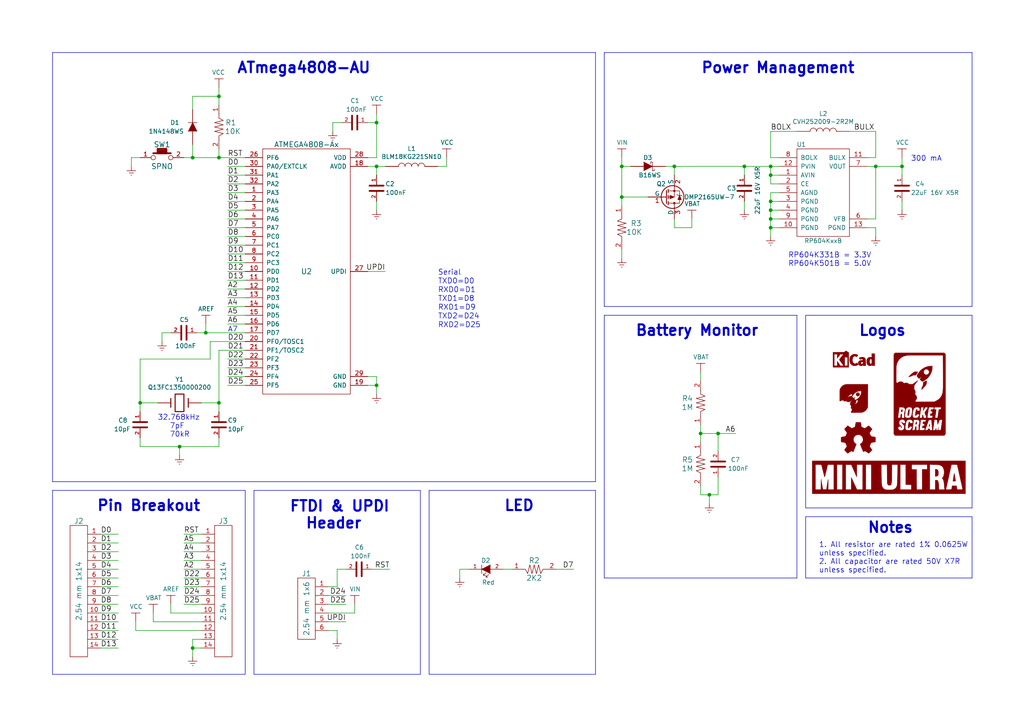
<source format=kicad_sch>
(kicad_sch (version 20230121) (generator eeschema)
  (paper "A4")
  (title_block (title "Mini Ultra") (date "2020-06-13") (rev "1V00") (company "Rocket Scream Electronics"))
  (lib_symbols
    (symbol "MINI-ULTRA-rescue:AREF-RocketScreamKiCadLib" (power) (pin_names (offset 0))
      (property "Value" "AREF-RocketScreamKiCadLib" (at 0 3.556 0))
      (symbol "AREF-RocketScreamKiCadLib_1_1"
        (pin power_in line (at 0 0 90) (length 0) hide (name "AREF") (number "1"))
      )
    )
    (symbol "MINI-ULTRA-rescue:ATMEGAx808-Ax-RocketScreamKiCadLib" (pin_names (offset 1.016))
      (property "Reference" "U" (at -11.43 36.83 0))
      (property "Value" "RocketScreamKiCadLib_ATMEGAx808-Ax" (at 0 36.83 0))
      (symbol "ATMEGAx808-Ax-RocketScreamKiCadLib_1_1"
        (pin bidirectional line (at -17.78 22.86 0) (length 5.08) (name "PA3") (number "1"))
        (pin bidirectional line (at -17.78 0 0) (length 5.08) (name "PD0") (number "10"))
        (pin bidirectional line (at -17.78 -2.54 0) (length 5.08) (name "PD1") (number "11"))
        (pin bidirectional line (at -17.78 -5.08 0) (length 5.08) (name "PD2") (number "12"))
        (pin bidirectional line (at -17.78 -7.62 0) (length 5.08) (name "PD3") (number "13"))
        (pin bidirectional line (at -17.78 -10.16 0) (length 5.08) (name "PD4") (number "14"))
        (pin bidirectional line (at -17.78 -12.7 0) (length 5.08) (name "PD5") (number "15"))
        (pin bidirectional line (at -17.78 -15.24 0) (length 5.08) (name "PD6") (number "16"))
        (pin bidirectional line (at -17.78 -17.78 0) (length 5.08) (name "PD7") (number "17"))
        (pin power_in line (at 17.78 30.48 180) (length 5.08) (name "AVDD") (number "18"))
        (pin power_in line (at 17.78 -33.02 180) (length 5.08) (name "GND") (number "19"))
        (pin bidirectional line (at -17.78 20.32 0) (length 5.08) (name "PA4") (number "2"))
        (pin bidirectional line (at -17.78 -20.32 0) (length 5.08) (name "PF0/TOSC1") (number "20"))
        (pin bidirectional line (at -17.78 -22.86 0) (length 5.08) (name "PF1/TOSC2") (number "21"))
        (pin bidirectional line (at -17.78 -25.4 0) (length 5.08) (name "PF2") (number "22"))
        (pin bidirectional line (at -17.78 -27.94 0) (length 5.08) (name "PF3") (number "23"))
        (pin bidirectional line (at -17.78 -30.48 0) (length 5.08) (name "PF4") (number "24"))
        (pin bidirectional line (at -17.78 -33.02 0) (length 5.08) (name "PF5") (number "25"))
        (pin bidirectional line (at -17.78 33.02 0) (length 5.08) (name "PF6") (number "26"))
        (pin bidirectional line (at 17.78 0 180) (length 5.08) (name "UPDI") (number "27"))
        (pin power_in line (at 17.78 33.02 180) (length 5.08) (name "VDD") (number "28"))
        (pin power_in line (at 17.78 -30.48 180) (length 5.08) (name "GND") (number "29"))
        (pin bidirectional line (at -17.78 17.78 0) (length 5.08) (name "PA5") (number "3"))
        (pin bidirectional line (at -17.78 30.48 0) (length 5.08) (name "PA0/EXTCLK") (number "30"))
        (pin bidirectional line (at -17.78 27.94 0) (length 5.08) (name "PA1") (number "31"))
        (pin bidirectional line (at -17.78 25.4 0) (length 5.08) (name "PA2") (number "32"))
        (pin bidirectional line (at -17.78 15.24 0) (length 5.08) (name "PA6") (number "4"))
        (pin bidirectional line (at -17.78 12.7 0) (length 5.08) (name "PA7") (number "5"))
        (pin bidirectional line (at -17.78 10.16 0) (length 5.08) (name "PC0") (number "6"))
        (pin bidirectional line (at -17.78 7.62 0) (length 5.08) (name "PC1") (number "7"))
        (pin bidirectional line (at -17.78 5.08 0) (length 5.08) (name "PC2") (number "8"))
        (pin bidirectional line (at -17.78 2.54 0) (length 5.08) (name "PC3") (number "9"))
      )
    )
    (symbol "MINI-ULTRA-rescue:CAPACITOR-CERAMIC-RocketScreamKiCadLib" (pin_names (offset 0.254))
      (property "Reference" "C" (at 0.635 2.54 0))
      (property "Value" "RocketScreamKiCadLib_CAPACITOR-CERAMIC" (at 0.635 -2.54 0))
      (symbol "CAPACITOR-CERAMIC-RocketScreamKiCadLib_1_1"
        (pin passive line (at 0 3.81 270) (length 2.794) (name "~") (number "1"))
        (pin passive line (at 0 -3.81 90) (length 2.794) (name "~") (number "2"))
      )
    )
    (symbol "MINI-ULTRA-rescue:CONN-HDR-1x14-RocketScreamKiCadLib" (pin_names (offset 1.016))
      (property "Reference" "J" (at 0 20.32 0))
      (property "Value" "RocketScreamKiCadLib_CONN-HDR-1x14" (at 0 -20.32 0))
      (symbol "CONN-HDR-1x14-RocketScreamKiCadLib_0_1"
        (pin input line (at 6.35 13.97 180) (length 3.81) (name "~") (number "2"))
      )
      (symbol "CONN-HDR-1x14-RocketScreamKiCadLib_1_1"
        (pin input line (at 6.35 16.51 180) (length 3.81) (name "~") (number "1"))
        (pin input line (at 6.35 -6.35 180) (length 3.81) (name "~") (number "10"))
        (pin input line (at 6.35 -8.89 180) (length 3.81) (name "~") (number "11"))
        (pin input line (at 6.35 -11.43 180) (length 3.81) (name "~") (number "12"))
        (pin input line (at 6.35 -13.97 180) (length 3.81) (name "~") (number "13"))
        (pin input line (at 6.35 -16.51 180) (length 3.81) (name "~") (number "14"))
        (pin input line (at 6.35 11.43 180) (length 3.81) (name "~") (number "3"))
        (pin input line (at 6.35 8.89 180) (length 3.81) (name "~") (number "4"))
        (pin input line (at 6.35 6.35 180) (length 3.81) (name "~") (number "5"))
        (pin input line (at 6.35 3.81 180) (length 3.81) (name "~") (number "6"))
        (pin input line (at 6.35 1.27 180) (length 3.81) (name "~") (number "7"))
        (pin input line (at 6.35 -1.27 180) (length 3.81) (name "~") (number "8"))
        (pin input line (at 6.35 -3.81 180) (length 3.81) (name "~") (number "9"))
      )
    )
    (symbol "MINI-ULTRA-rescue:CONN-HDR-1x6-RocketScreamKiCadLib" (pin_names (offset 1.016))
      (property "Reference" "J" (at 0 10.16 0))
      (property "Value" "RocketScreamKiCadLib_CONN-HDR-1x6" (at 0 -11.43 0))
      (symbol "CONN-HDR-1x6-RocketScreamKiCadLib_0_1"
        (pin input line (at 6.35 3.81 180) (length 3.81) (name "~") (number "2"))
      )
      (symbol "CONN-HDR-1x6-RocketScreamKiCadLib_1_1"
        (pin input line (at 6.35 6.35 180) (length 3.81) (name "~") (number "1"))
        (pin input line (at 6.35 1.27 180) (length 3.81) (name "~") (number "3"))
        (pin input line (at 6.35 -1.27 180) (length 3.81) (name "~") (number "4"))
        (pin input line (at 6.35 -3.81 180) (length 3.81) (name "~") (number "5"))
        (pin input line (at 6.35 -6.35 180) (length 3.81) (name "~") (number "6"))
      )
    )
    (symbol "MINI-ULTRA-rescue:CRYSTAL-RocketScreamKiCadLib" (pin_numbers hide) (pin_names (offset 1.016) hide)
      (property "Reference" "Y" (at 0 3.81 0))
      (property "Value" "RocketScreamKiCadLib_CRYSTAL" (at 0 -3.81 0))
      (symbol "CRYSTAL-RocketScreamKiCadLib_1_1"
        (pin passive line (at -6.35 0 0) (length 3.81) (name "1") (number "1"))
        (pin passive line (at 6.35 0 180) (length 3.81) (name "2") (number "2"))
      )
    )
    (symbol "MINI-ULTRA-rescue:DIODE-RocketScreamKiCadLib" (pin_numbers hide) (pin_names (offset 1.016) hide)
      (property "Reference" "D" (at 0 2.54 0))
      (property "Value" "RocketScreamKiCadLib_DIODE" (at 0 -2.54 0))
      (symbol "DIODE-RocketScreamKiCadLib_1_1"
        (pin passive line (at -5.08 0 0) (length 3.81) (name "K") (number "1"))
        (pin passive line (at 5.08 0 180) (length 3.81) (name "A") (number "2"))
      )
    )
    (symbol "MINI-ULTRA-rescue:DIODE_Schottky-RocketScreamKiCadLib" (pin_numbers hide) (pin_names (offset 1.016) hide)
      (property "Reference" "D" (at 0 2.54 0))
      (property "Value" "RocketScreamKiCadLib_DIODE_Schottky" (at 0 -2.54 0))
      (symbol "DIODE_Schottky-RocketScreamKiCadLib_1_1"
        (pin passive line (at -5.08 0 0) (length 3.81) (name "K") (number "1"))
        (pin passive line (at 5.08 0 180) (length 3.81) (name "A") (number "2"))
      )
    )
    (symbol "MINI-ULTRA-rescue:GND-RocketScreamKiCadLib" (power) (pin_names (offset 0))
      (symbol "GND-RocketScreamKiCadLib_1_1"
        (pin power_in line (at 0 0 270) (length 0) hide (name "GND") (number "1"))
      )
    )
    (symbol "MINI-ULTRA-rescue:INDUCTOR-RocketScreamKiCadLib" (pin_numbers hide) (pin_names (offset 1.016) hide)
      (property "Reference" "L" (at 0 -1.27 0))
      (property "Value" "RocketScreamKiCadLib_INDUCTOR" (at 0 2.54 0))
      (symbol "INDUCTOR-RocketScreamKiCadLib_1_1"
        (pin passive line (at -7.62 0 0) (length 3.81) (name "1") (number "1"))
        (pin passive line (at 7.62 0 180) (length 3.81) (name "2") (number "2"))
      )
    )
    (symbol "MINI-ULTRA-rescue:LED-SINGLE-RocketScreamKiCadLib" (pin_names (offset 1.016) hide)
      (property "Reference" "D" (at 0 2.54 0))
      (property "Value" "RocketScreamKiCadLib_LED-SINGLE" (at 0 -3.556 0))
      (symbol "LED-SINGLE-RocketScreamKiCadLib_1_1"
        (pin passive line (at -5.08 0 0) (length 3.81) (name "K") (number "1"))
        (pin passive line (at 5.08 0 180) (length 3.81) (name "A") (number "2"))
      )
    )
    (symbol "MINI-ULTRA-rescue:LOGO-KICAD-RocketScreamKiCadLib" (pin_names (offset 1.016)))
    (symbol "MINI-ULTRA-rescue:LOGO-MINI-ULTRA-RocketScreamKiCadLib" (pin_names (offset 1.016)))
    (symbol "MINI-ULTRA-rescue:LOGO-OSHW-RocketScreamKiCadLib" (pin_names (offset 1.016))
      (property "Reference" "LOGO" (at 0 6.35 0))
    )
    (symbol "MINI-ULTRA-rescue:LOGO-ROCKET-SCREAM-VERTICAL-RocketScreamKiCadLib" (pin_names (offset 1.016)))
    (symbol "MINI-ULTRA-rescue:LOGO-ROCKET-SCREAM-WITHOUT-TEXT-RocketScreamKiCadLib" (pin_names (offset 1.016)))
    (symbol "MINI-ULTRA-rescue:MOSFET-P-RocketScreamKiCadLib" (pin_names (offset 0))
      (property "Reference" "Q" (at 6.35 1.27 0))
      (property "Value" "RocketScreamKiCadLib_MOSFET-P" (at 13.97 -1.27 0))
      (symbol "MOSFET-P-RocketScreamKiCadLib_1_1"
        (pin input line (at -7.62 0 0) (length 5.334) (name "G") (number "1"))
        (pin passive line (at 0 -6.35 90) (length 3.81) (name "S") (number "2"))
        (pin passive line (at 0 6.35 270) (length 3.81) (name "D") (number "3"))
      )
    )
    (symbol "MINI-ULTRA-rescue:RESISTOR-RocketScreamKiCadLib" (pin_names (offset 1.016))
      (property "Reference" "R" (at 0 2.54 0))
      (property "Value" "RocketScreamKiCadLib_RESISTOR" (at 0 -2.54 0))
      (symbol "RESISTOR-RocketScreamKiCadLib_1_1"
        (pin passive line (at -6.35 0 0) (length 2.54) (name "~") (number "1"))
        (pin passive line (at 6.35 0 180) (length 2.54) (name "~") (number "2"))
      )
    )
    (symbol "MINI-ULTRA-rescue:RP604Kxxx-RocketScreamKiCadLib" (pin_names (offset 1.016))
      (property "Reference" "U" (at -6.35 13.97 0))
      (property "Value" "RocketScreamKiCadLib_RP604Kxxx" (at 0 -13.97 0))
      (symbol "RP604Kxxx-RocketScreamKiCadLib_1_1"
        (pin power_in line (at -12.7 5.08 0) (length 5.08) (name "AVIN") (number "1"))
        (pin power_in line (at -12.7 -10.16 0) (length 5.08) (name "PGND") (number "10"))
        (pin output line (at 12.7 10.16 180) (length 5.08) (name "BULX") (number "11"))
        (pin power_in line (at -12.7 7.62 0) (length 5.08) (name "PVIN") (number "12"))
        (pin power_in line (at 12.7 -10.16 180) (length 5.08) (name "PGND") (number "13"))
        (pin input line (at -12.7 2.54 0) (length 5.08) (name "CE") (number "2"))
        (pin power_in line (at -12.7 -2.54 0) (length 5.08) (name "PGND") (number "3"))
        (pin power_in line (at -12.7 -5.08 0) (length 5.08) (name "PGND") (number "4"))
        (pin power_in line (at -12.7 0 0) (length 5.08) (name "AGND") (number "5"))
        (pin input line (at 12.7 -7.62 180) (length 5.08) (name "VFB") (number "6"))
        (pin power_out line (at 12.7 7.62 180) (length 5.08) (name "VOUT") (number "7"))
        (pin output line (at -12.7 10.16 0) (length 5.08) (name "BOLX") (number "8"))
        (pin power_in line (at -12.7 -7.62 0) (length 5.08) (name "PGND") (number "9"))
      )
    )
    (symbol "MINI-ULTRA-rescue:TACT-SWITCH_2Pins-RocketScreamKiCadLib" (pin_names (offset 1.016))
      (property "Reference" "SW" (at 0 3.81 0))
      (property "Value" "RocketScreamKiCadLib_TACT-SWITCH_2Pins" (at 1.27 -2.54 0))
      (symbol "TACT-SWITCH_2Pins-RocketScreamKiCadLib_1_1"
        (pin passive line (at -6.35 0 0) (length 3.175) (name "~") (number "1"))
        (pin passive line (at 6.35 0 180) (length 3.175) (name "~") (number "2"))
      )
    )
    (symbol "MINI-ULTRA-rescue:VBAT-RocketScreamKiCadLib" (power) (pin_names (offset 0))
      (property "Value" "VBAT-RocketScreamKiCadLib" (at 0 3.556 0))
      (symbol "VBAT-RocketScreamKiCadLib_1_1"
        (pin power_in line (at 0 0 90) (length 0) hide (name "VBAT") (number "1"))
      )
    )
    (symbol "MINI-ULTRA-rescue:VCC-RocketScreamKiCadLib" (power) (pin_names (offset 0))
      (property "Value" "VCC-RocketScreamKiCadLib" (at 0 3.556 0))
      (symbol "VCC-RocketScreamKiCadLib_1_1"
        (pin power_in line (at 0 0 90) (length 0) hide (name "VCC") (number "1"))
      )
    )
    (symbol "MINI-ULTRA-rescue:VIN-RocketScreamKiCadLib" (power) (pin_names (offset 0))
      (property "Value" "VIN-RocketScreamKiCadLib" (at 0 3.556 0))
      (symbol "VIN-RocketScreamKiCadLib_1_1"
        (pin power_in line (at 0 0 90) (length 0) hide (name "VIN") (number "1"))
      )
    )
  )
  (junction (at 223.52 66.04))
  (junction (at 180.34 57.15))
  (junction (at 109.22 48.26))
  (junction (at 215.9 48.26))
  (junction (at 223.52 63.5))
  (junction (at 205.74 143.51))
  (junction (at 63.5 45.72))
  (junction (at 52.07 129.54))
  (junction (at 208.28 125.73))
  (junction (at 109.22 35.56))
  (junction (at 109.22 111.76))
  (junction (at 55.88 45.72))
  (junction (at 55.88 187.96))
  (junction (at 223.52 48.26))
  (junction (at 223.52 50.8))
  (junction (at 40.64 116.84))
  (junction (at 254 48.26))
  (junction (at 223.52 60.96))
  (junction (at 195.58 48.26))
  (junction (at 261.62 48.26))
  (junction (at 63.5 116.84))
  (junction (at 63.5 27.94))
  (junction (at 59.69 96.52))
  (junction (at 203.2 125.73))
  (junction (at 223.52 58.42))
  (junction (at 180.34 48.26))
  (wire (pts (xy 246.38 38.1) (xy 254 38.1)))
  (wire (pts (xy 55.88 45.72) (xy 63.5 45.72)))
  (wire (pts (xy 146.05 165.1) (xy 148.59 165.1)))
  (wire (pts (xy 226.06 45.72) (xy 223.52 45.72)))
  (wire (pts (xy 161.29 165.1) (xy 166.37 165.1)))
  (polyline (pts (xy 231.14 167.64) (xy 175.26 167.64)))
  (wire (pts (xy 55.88 27.94) (xy 55.88 31.75)))
  (polyline (pts (xy 73.66 195.58) (xy 73.66 142.24)))
  (wire (pts (xy 52.07 129.54) (xy 63.5 129.54)))
  (polyline (pts (xy 15.24 142.24) (xy 71.12 142.24)))
  (wire (pts (xy 34.29 175.26) (xy 29.21 175.26)))
  (wire (pts (xy 223.52 38.1) (xy 223.52 45.72)))
  (wire (pts (xy 34.29 182.88) (xy 29.21 182.88)))
  (wire (pts (xy 180.34 72.39) (xy 180.34 74.93)))
  (wire (pts (xy 254 48.26) (xy 261.62 48.26)))
  (wire (pts (xy 96.52 35.56) (xy 99.06 35.56)))
  (polyline (pts (xy 175.26 91.44) (xy 231.14 91.44)))
  (wire (pts (xy 109.22 109.22) (xy 109.22 111.76)))
  (wire (pts (xy 109.22 48.26) (xy 111.76 48.26)))
  (wire (pts (xy 223.52 66.04) (xy 223.52 68.58)))
  (wire (pts (xy 58.42 116.84) (xy 63.5 116.84)))
  (wire (pts (xy 106.68 48.26) (xy 109.22 48.26)))
  (polyline (pts (xy 124.46 195.58) (xy 124.46 142.24)))
  (polyline (pts (xy 281.94 91.44) (xy 281.94 147.32)))
  (wire (pts (xy 34.29 160.02) (xy 29.21 160.02)))
  (wire (pts (xy 95.25 172.72) (xy 100.33 172.72)))
  (wire (pts (xy 58.42 185.42) (xy 55.88 185.42)))
  (wire (pts (xy 135.89 165.1) (xy 133.35 165.1)))
  (wire (pts (xy 40.64 127) (xy 40.64 129.54)))
  (wire (pts (xy 46.99 96.52) (xy 46.99 99.06)))
  (wire (pts (xy 71.12 76.2) (xy 66.04 76.2)))
  (wire (pts (xy 203.2 125.73) (xy 208.28 125.73)))
  (wire (pts (xy 57.15 96.52) (xy 59.69 96.52)))
  (polyline (pts (xy 73.66 142.24) (xy 121.92 142.24)))
  (wire (pts (xy 60.96 99.06) (xy 71.12 99.06)))
  (polyline (pts (xy 15.24 15.24) (xy 15.24 139.7)))
  (wire (pts (xy 55.88 187.96) (xy 55.88 190.5)))
  (wire (pts (xy 223.52 55.88) (xy 223.52 58.42)))
  (wire (pts (xy 200.66 66.04) (xy 195.58 66.04)))
  (wire (pts (xy 195.58 48.26) (xy 215.9 48.26)))
  (wire (pts (xy 205.74 143.51) (xy 208.28 143.51)))
  (wire (pts (xy 71.12 73.66) (xy 66.04 73.66)))
  (wire (pts (xy 38.1 45.72) (xy 38.1 48.26)))
  (wire (pts (xy 71.12 109.22) (xy 66.04 109.22)))
  (wire (pts (xy 208.28 143.51) (xy 208.28 138.43)))
  (polyline (pts (xy 281.94 149.86) (xy 281.94 167.64)))
  (polyline (pts (xy 71.12 142.24) (xy 71.12 195.58)))
  (wire (pts (xy 102.87 177.8) (xy 102.87 175.26)))
  (wire (pts (xy 223.52 50.8) (xy 223.52 48.26)))
  (polyline (pts (xy 71.12 195.58) (xy 15.24 195.58)))
  (wire (pts (xy 71.12 58.42) (xy 66.04 58.42)))
  (wire (pts (xy 261.62 48.26) (xy 261.62 50.8)))
  (wire (pts (xy 63.5 101.6) (xy 63.5 116.84)))
  (wire (pts (xy 40.64 104.14) (xy 40.64 116.84)))
  (polyline (pts (xy 233.68 147.32) (xy 233.68 91.44)))
  (wire (pts (xy 49.53 177.8) (xy 49.53 175.26)))
  (wire (pts (xy 231.14 38.1) (xy 223.52 38.1)))
  (wire (pts (xy 223.52 60.96) (xy 226.06 60.96)))
  (wire (pts (xy 254 38.1) (xy 254 45.72)))
  (wire (pts (xy 71.12 111.76) (xy 66.04 111.76)))
  (wire (pts (xy 71.12 48.26) (xy 66.04 48.26)))
  (wire (pts (xy 193.04 48.26) (xy 195.58 48.26)))
  (polyline (pts (xy 281.94 88.9) (xy 175.26 88.9)))
  (wire (pts (xy 95.25 180.34) (xy 100.33 180.34)))
  (polyline (pts (xy 15.24 139.7) (xy 172.72 139.7)))
  (wire (pts (xy 71.12 55.88) (xy 66.04 55.88)))
  (wire (pts (xy 254 66.04) (xy 254 68.58)))
  (wire (pts (xy 203.2 125.73) (xy 203.2 128.27)))
  (wire (pts (xy 58.42 177.8) (xy 49.53 177.8)))
  (polyline (pts (xy 121.92 195.58) (xy 73.66 195.58)))
  (wire (pts (xy 251.46 45.72) (xy 254 45.72)))
  (polyline (pts (xy 281.94 147.32) (xy 233.68 147.32)))
  (wire (pts (xy 40.64 45.72) (xy 38.1 45.72)))
  (wire (pts (xy 34.29 187.96) (xy 29.21 187.96)))
  (wire (pts (xy 63.5 45.72) (xy 71.12 45.72)))
  (polyline (pts (xy 233.68 149.86) (xy 281.94 149.86)))
  (wire (pts (xy 97.79 165.1) (xy 97.79 170.18)))
  (wire (pts (xy 226.06 53.34) (xy 223.52 53.34)))
  (wire (pts (xy 39.37 180.34) (xy 39.37 182.88)))
  (wire (pts (xy 106.68 35.56) (xy 109.22 35.56)))
  (wire (pts (xy 58.42 157.48) (xy 53.34 157.48)))
  (wire (pts (xy 58.42 162.56) (xy 53.34 162.56)))
  (wire (pts (xy 66.04 81.28) (xy 71.12 81.28)))
  (wire (pts (xy 96.52 38.1) (xy 96.52 35.56)))
  (wire (pts (xy 203.2 140.97) (xy 203.2 143.51)))
  (wire (pts (xy 53.34 45.72) (xy 55.88 45.72)))
  (wire (pts (xy 109.22 48.26) (xy 109.22 50.8)))
  (polyline (pts (xy 175.26 167.64) (xy 175.26 91.44)))
  (wire (pts (xy 129.54 48.26) (xy 127 48.26)))
  (wire (pts (xy 60.96 99.06) (xy 60.96 104.14)))
  (wire (pts (xy 251.46 63.5) (xy 254 63.5)))
  (wire (pts (xy 208.28 125.73) (xy 213.36 125.73)))
  (polyline (pts (xy 175.26 88.9) (xy 175.26 15.24)))
  (wire (pts (xy 66.04 86.36) (xy 71.12 86.36)))
  (wire (pts (xy 261.62 58.42) (xy 261.62 60.96)))
  (wire (pts (xy 71.12 53.34) (xy 66.04 53.34)))
  (wire (pts (xy 195.58 48.26) (xy 195.58 50.8)))
  (wire (pts (xy 226.06 58.42) (xy 223.52 58.42)))
  (wire (pts (xy 203.2 143.51) (xy 205.74 143.51)))
  (wire (pts (xy 226.06 66.04) (xy 223.52 66.04)))
  (wire (pts (xy 95.25 175.26) (xy 100.33 175.26)))
  (wire (pts (xy 251.46 66.04) (xy 254 66.04)))
  (wire (pts (xy 71.12 68.58) (xy 66.04 68.58)))
  (wire (pts (xy 97.79 182.88) (xy 97.79 185.42)))
  (wire (pts (xy 71.12 91.44) (xy 66.04 91.44)))
  (wire (pts (xy 223.52 63.5) (xy 223.52 60.96)))
  (wire (pts (xy 45.72 116.84) (xy 40.64 116.84)))
  (wire (pts (xy 29.21 154.94) (xy 34.29 154.94)))
  (wire (pts (xy 71.12 66.04) (xy 66.04 66.04)))
  (wire (pts (xy 63.5 27.94) (xy 55.88 27.94)))
  (wire (pts (xy 223.52 53.34) (xy 223.52 50.8)))
  (wire (pts (xy 34.29 177.8) (xy 29.21 177.8)))
  (polyline (pts (xy 231.14 91.44) (xy 231.14 167.64)))
  (wire (pts (xy 58.42 175.26) (xy 53.34 175.26)))
  (wire (pts (xy 40.64 129.54) (xy 52.07 129.54)))
  (wire (pts (xy 129.54 45.72) (xy 129.54 48.26)))
  (wire (pts (xy 215.9 58.42) (xy 215.9 60.96)))
  (wire (pts (xy 109.22 45.72) (xy 106.68 45.72)))
  (wire (pts (xy 34.29 185.42) (xy 29.21 185.42)))
  (wire (pts (xy 71.12 50.8) (xy 66.04 50.8)))
  (wire (pts (xy 58.42 170.18) (xy 53.34 170.18)))
  (wire (pts (xy 40.64 116.84) (xy 40.64 119.38)))
  (wire (pts (xy 34.29 165.1) (xy 29.21 165.1)))
  (wire (pts (xy 71.12 104.14) (xy 66.04 104.14)))
  (wire (pts (xy 58.42 187.96) (xy 55.88 187.96)))
  (wire (pts (xy 58.42 180.34) (xy 44.45 180.34)))
  (polyline (pts (xy 124.46 142.24) (xy 172.72 142.24)))
  (wire (pts (xy 58.42 172.72) (xy 53.34 172.72)))
  (polyline (pts (xy 172.72 15.24) (xy 15.24 15.24)))
  (polyline (pts (xy 281.94 167.64) (xy 233.68 167.64)))
  (polyline (pts (xy 15.24 195.58) (xy 15.24 142.24)))
  (wire (pts (xy 63.5 43.18) (xy 63.5 45.72)))
  (wire (pts (xy 97.79 170.18) (xy 95.25 170.18)))
  (wire (pts (xy 59.69 96.52) (xy 71.12 96.52)))
  (wire (pts (xy 195.58 63.5) (xy 195.58 66.04)))
  (wire (pts (xy 180.34 57.15) (xy 180.34 59.69)))
  (wire (pts (xy 203.2 123.19) (xy 203.2 125.73)))
  (wire (pts (xy 58.42 165.1) (xy 53.34 165.1)))
  (polyline (pts (xy 121.92 142.24) (xy 121.92 195.58)))
  (wire (pts (xy 109.22 45.72) (xy 109.22 35.56)))
  (wire (pts (xy 71.12 71.12) (xy 66.04 71.12)))
  (wire (pts (xy 251.46 48.26) (xy 254 48.26)))
  (wire (pts (xy 100.33 165.1) (xy 97.79 165.1)))
  (wire (pts (xy 107.95 165.1) (xy 113.03 165.1)))
  (wire (pts (xy 34.29 180.34) (xy 29.21 180.34)))
  (polyline (pts (xy 281.94 15.24) (xy 281.94 88.9)))
  (wire (pts (xy 106.68 78.74) (xy 111.76 78.74)))
  (wire (pts (xy 49.53 96.52) (xy 46.99 96.52)))
  (wire (pts (xy 39.37 182.88) (xy 58.42 182.88)))
  (wire (pts (xy 63.5 129.54) (xy 63.5 127)))
  (wire (pts (xy 58.42 160.02) (xy 53.34 160.02)))
  (wire (pts (xy 63.5 27.94) (xy 63.5 30.48)))
  (wire (pts (xy 58.42 167.64) (xy 53.34 167.64)))
  (polyline (pts (xy 175.26 15.24) (xy 281.94 15.24)))
  (wire (pts (xy 34.29 157.48) (xy 29.21 157.48)))
  (wire (pts (xy 55.88 45.72) (xy 55.88 41.91)))
  (wire (pts (xy 109.22 58.42) (xy 109.22 60.96)))
  (wire (pts (xy 95.25 182.88) (xy 97.79 182.88)))
  (wire (pts (xy 226.06 55.88) (xy 223.52 55.88)))
  (wire (pts (xy 106.68 111.76) (xy 109.22 111.76)))
  (wire (pts (xy 254 48.26) (xy 254 63.5)))
  (wire (pts (xy 71.12 78.74) (xy 66.04 78.74)))
  (wire (pts (xy 71.12 63.5) (xy 66.04 63.5)))
  (wire (pts (xy 223.52 63.5) (xy 223.52 66.04)))
  (wire (pts (xy 223.52 48.26) (xy 226.06 48.26)))
  (wire (pts (xy 106.68 109.22) (xy 109.22 109.22)))
  (polyline (pts (xy 233.68 91.44) (xy 281.94 91.44)))
  (polyline (pts (xy 172.72 142.24) (xy 172.72 195.58)))
  (wire (pts (xy 52.07 129.54) (xy 52.07 132.08)))
  (wire (pts (xy 95.25 177.8) (xy 102.87 177.8)))
  (wire (pts (xy 63.5 101.6) (xy 71.12 101.6)))
  (wire (pts (xy 187.96 57.15) (xy 180.34 57.15)))
  (wire (pts (xy 133.35 165.1) (xy 133.35 167.64)))
  (wire (pts (xy 215.9 48.26) (xy 215.9 50.8)))
  (wire (pts (xy 215.9 48.26) (xy 223.52 48.26)))
  (wire (pts (xy 182.88 48.26) (xy 180.34 48.26)))
  (wire (pts (xy 34.29 172.72) (xy 29.21 172.72)))
  (wire (pts (xy 63.5 25.4) (xy 63.5 27.94)))
  (wire (pts (xy 66.04 93.98) (xy 71.12 93.98)))
  (wire (pts (xy 59.69 93.98) (xy 59.69 96.52)))
  (wire (pts (xy 203.2 107.95) (xy 203.2 110.49)))
  (wire (pts (xy 34.29 170.18) (xy 29.21 170.18)))
  (wire (pts (xy 71.12 88.9) (xy 66.04 88.9)))
  (wire (pts (xy 44.45 180.34) (xy 44.45 177.8)))
  (wire (pts (xy 200.66 63.5) (xy 200.66 66.04)))
  (wire (pts (xy 60.96 104.14) (xy 40.64 104.14)))
  (wire (pts (xy 58.42 154.94) (xy 53.34 154.94)))
  (wire (pts (xy 223.52 58.42) (xy 223.52 60.96)))
  (wire (pts (xy 226.06 50.8) (xy 223.52 50.8)))
  (wire (pts (xy 66.04 83.82) (xy 71.12 83.82)))
  (wire (pts (xy 205.74 143.51) (xy 205.74 146.05)))
  (wire (pts (xy 208.28 125.73) (xy 208.28 130.81)))
  (wire (pts (xy 55.88 185.42) (xy 55.88 187.96)))
  (wire (pts (xy 34.29 167.64) (xy 29.21 167.64)))
  (polyline (pts (xy 233.68 167.64) (xy 233.68 149.86)))
  (wire (pts (xy 261.62 45.72) (xy 261.62 48.26)))
  (wire (pts (xy 71.12 106.68) (xy 66.04 106.68)))
  (wire (pts (xy 71.12 60.96) (xy 66.04 60.96)))
  (wire (pts (xy 29.21 162.56) (xy 34.29 162.56)))
  (polyline (pts (xy 172.72 195.58) (xy 124.46 195.58)))
  (polyline (pts (xy 172.72 139.7) (xy 172.72 15.24)))
  (wire (pts (xy 180.34 45.72) (xy 180.34 48.26)))
  (wire (pts (xy 226.06 63.5) (xy 223.52 63.5)))
  (wire (pts (xy 109.22 111.76) (xy 109.22 114.3)))
  (wire (pts (xy 63.5 116.84) (xy 63.5 119.38)))
  (wire (pts (xy 180.34 48.26) (xy 180.34 57.15)))
  (wire (pts (xy 109.22 33.02) (xy 109.22 35.56)))
  (text "RP604K331B = 3.3V\nRP604K501B = 5.0V" (at 228.6 77.47 0) (effects (font (size 1.524 1.524)) (justify left bottom)))
  (text "RXD0=D1" (at 127 85.09 0) (effects (font (size 1.524 1.524)) (justify left bottom)))
  (text "300 mA" (at 264.16 46.99 0) (effects (font (size 1.524 1.524)) (justify left bottom)))
  (text "TXD0=D0" (at 127 82.55 0) (effects (font (size 1.524 1.524)) (justify left bottom)))
  (text "TXD1=D8" (at 127 87.63 0) (effects (font (size 1.524 1.524)) (justify left bottom)))
  (text "FTDI & UPDI\n  Header" (at 83.82 153.67 0) (effects (font (size 3.048 3.048) (thickness 0.6096) bold) (justify left bottom)))
  (text "Serial" (at 127 80.01 0) (effects (font (size 1.524 1.524)) (justify left bottom)))
  (text "A7" (at 66.04 96.52 0) (effects (font (size 1.524 1.524)) (justify left bottom)))
  (text "1. All resistor are rated 1% 0.0625W \nunless specified.\n2. All capacitor are rated 50V X7R \nunless specified." (at 237.49 166.37 0) (effects (font (size 1.524 1.524)) (justify left bottom)))
  (text "TXD2=D24" (at 127 92.71 0) (effects (font (size 1.524 1.524)) (justify left bottom)))
  (text "ATmega4808-AU" (at 68.58 21.59 0) (effects (font (size 3.048 3.048) (thickness 0.6096) bold) (justify left bottom)))
  (text "RXD1=D9" (at 127 90.17 0) (effects (font (size 1.524 1.524)) (justify left bottom)))
  (text "Logos" (at 248.92 97.79 0) (effects (font (size 3.048 3.048) (thickness 0.6096) bold) (justify left bottom)))
  (text "Notes" (at 251.46 154.94 0) (effects (font (size 3.048 3.048) (thickness 0.6096) bold) (justify left bottom)))
  (text "Pin Breakout" (at 27.94 148.59 0) (effects (font (size 3.048 3.048) (thickness 0.6096) bold) (justify left bottom)))
  (text "Battery Monitor" (at 184.15 97.79 0) (effects (font (size 3.048 3.048) (thickness 0.6096) bold) (justify left bottom)))
  (text "RXD2=D25" (at 127 95.25 0) (effects (font (size 1.524 1.524)) (justify left bottom)))
  (text "Power Management" (at 203.2 21.59 0) (effects (font (size 3.048 3.048) (thickness 0.6096) bold) (justify left bottom)))
  (text "32.768kHz\n   7pF\n   70kR" (at 45.72 127 0) (effects (font (size 1.524 1.524)) (justify left bottom)))
  (text "LED" (at 146.05 148.59 0) (effects (font (size 3.048 3.048) (thickness 0.6096) bold) (justify left bottom)))
  (label "RST" (at 113.03 165.1 180) (effects (font (size 1.524 1.524))))
  (label "A2" (at 53.34 165.1 0) (effects (font (size 1.524 1.524))))
  (label "BULX" (at 247.65 38.1 0) (effects (font (size 1.524 1.524))))
  (label "D25" (at 100.33 175.26 180) (effects (font (size 1.524 1.524))))
  (label "D9" (at 66.04 71.12 0) (effects (font (size 1.524 1.524))))
  (label "A3" (at 66.04 86.36 0) (effects (font (size 1.524 1.524))))
  (label "UPDI" (at 111.76 78.74 180) (effects (font (size 1.524 1.524))))
  (label "D12" (at 66.04 78.74 0) (effects (font (size 1.524 1.524))))
  (label "D2" (at 66.04 53.34 0) (effects (font (size 1.524 1.524))))
  (label "D23" (at 53.34 170.18 0) (effects (font (size 1.524 1.524))))
  (label "A6" (at 213.36 125.73 180) (effects (font (size 1.524 1.524))))
  (label "D22" (at 53.34 167.64 0) (effects (font (size 1.524 1.524))))
  (label "A4" (at 66.04 88.9 0) (effects (font (size 1.524 1.524))))
  (label "A2" (at 66.04 83.82 0) (effects (font (size 1.524 1.524))))
  (label "D9" (at 29.21 177.8 0) (effects (font (size 1.524 1.524))))
  (label "D6" (at 29.21 170.18 0) (effects (font (size 1.524 1.524))))
  (label "D20" (at 66.04 99.06 0) (effects (font (size 1.524 1.524))))
  (label "RST" (at 53.34 154.94 0) (effects (font (size 1.524 1.524))))
  (label "D24" (at 53.34 172.72 0) (effects (font (size 1.524 1.524))))
  (label "D24" (at 66.04 109.22 0) (effects (font (size 1.524 1.524))))
  (label "D24" (at 100.33 172.72 180) (effects (font (size 1.524 1.524))))
  (label "D10" (at 29.21 180.34 0) (effects (font (size 1.524 1.524))))
  (label "A3" (at 53.34 162.56 0) (effects (font (size 1.524 1.524))))
  (label "D7" (at 29.21 172.72 0) (effects (font (size 1.524 1.524))))
  (label "D3" (at 29.21 162.56 0) (effects (font (size 1.524 1.524))))
  (label "D25" (at 66.04 111.76 0) (effects (font (size 1.524 1.524))))
  (label "D25" (at 53.34 175.26 0) (effects (font (size 1.524 1.524))))
  (label "D22" (at 66.04 104.14 0) (effects (font (size 1.524 1.524))))
  (label "D5" (at 66.04 60.96 0) (effects (font (size 1.524 1.524))))
  (label "D21" (at 66.04 101.6 0) (effects (font (size 1.524 1.524))))
  (label "D12" (at 29.21 185.42 0) (effects (font (size 1.524 1.524))))
  (label "D1" (at 66.04 50.8 0) (effects (font (size 1.524 1.524))))
  (label "UPDI" (at 100.33 180.34 180) (effects (font (size 1.524 1.524))))
  (label "A5" (at 53.34 157.48 0) (effects (font (size 1.524 1.524))))
  (label "D8" (at 29.21 175.26 0) (effects (font (size 1.524 1.524))))
  (label "D13" (at 66.04 81.28 0) (effects (font (size 1.524 1.524))))
  (label "D5" (at 29.21 167.64 0) (effects (font (size 1.524 1.524))))
  (label "A6" (at 66.04 93.98 0) (effects (font (size 1.524 1.524))))
  (label "D0" (at 29.21 154.94 0) (effects (font (size 1.524 1.524))))
  (label "D0" (at 66.04 48.26 0) (effects (font (size 1.524 1.524))))
  (label "D7" (at 66.04 66.04 0) (effects (font (size 1.524 1.524))))
  (label "D23" (at 66.04 106.68 0) (effects (font (size 1.524 1.524))))
  (label "A5" (at 66.04 91.44 0) (effects (font (size 1.524 1.524))))
  (label "D11" (at 66.04 76.2 0) (effects (font (size 1.524 1.524))))
  (label "D1" (at 29.21 157.48 0) (effects (font (size 1.524 1.524))))
  (label "D4" (at 29.21 165.1 0) (effects (font (size 1.524 1.524))))
  (label "A4" (at 53.34 160.02 0) (effects (font (size 1.524 1.524))))
  (label "D13" (at 29.21 187.96 0) (effects (font (size 1.524 1.524))))
  (label "RST" (at 66.04 45.72 0) (effects (font (size 1.524 1.524))))
  (label "D8" (at 66.04 68.58 0) (effects (font (size 1.524 1.524))))
  (label "D3" (at 66.04 55.88 0) (effects (font (size 1.524 1.524))))
  (label "D2" (at 29.21 160.02 0) (effects (font (size 1.524 1.524))))
  (label "D4" (at 66.04 58.42 0) (effects (font (size 1.524 1.524))))
  (label "D10" (at 66.04 73.66 0) (effects (font (size 1.524 1.524))))
  (label "D7" (at 166.37 165.1 180) (effects (font (size 1.524 1.524))))
  (label "D6" (at 66.04 63.5 0) (effects (font (size 1.524 1.524))))
  (label "BOLX" (at 223.52 38.1 0) (effects (font (size 1.524 1.524))))
  (label "D11" (at 29.21 182.88 0) (effects (font (size 1.524 1.524))))
  (symbol (lib_id "MINI-ULTRA-rescue:INDUCTOR-RocketScreamKiCadLib") (at 119.38 48.26 0) (unit 1)
    (property "Reference" "L1" (at 119.38 43.1292 0))
    (property "Value" "BLM18KG221SN1D" (at 119.38 45.4406 0))
    (property "Footprint" "RocketScreamKiCadLib:I_0603" (effects hide))
  )
  (symbol (lib_id "MINI-ULTRA-rescue:CAPACITOR-CERAMIC-RocketScreamKiCadLib") (at 261.62 54.61 0) (unit 1)
    (property "Reference" "C4" (at 265.43 53.34 0) (effects (justify left)))
    (property "Value" "22uF 16V X5R" (at 264.16 55.88 0) (effects (justify left)))
    (property "Footprint" "RocketScreamKiCadLib:C_0805" (effects hide))
  )
  (symbol (lib_id "MINI-ULTRA-rescue:CAPACITOR-CERAMIC-RocketScreamKiCadLib") (at 215.9 54.61 0) (unit 1)
    (property "Reference" "C3" (at 210.82 54.61 0) (effects (justify left)))
    (property "Value" "22uF 16V X5R" (at 219.71 62.23 90) (effects (justify left)))
    (property "Footprint" "RocketScreamKiCadLib:C_0805" (effects hide))
  )
  (symbol (lib_id "MINI-ULTRA-rescue:GND-RocketScreamKiCadLib") (at 223.52 68.58 0) (unit 1)
    (property "Reference" "#PWR01" (effects hide))
    (property "Value" "GND" (effects hide))
  )
  (symbol (lib_id "MINI-ULTRA-rescue:GND-RocketScreamKiCadLib") (at 261.62 60.96 0) (unit 1)
    (property "Reference" "#PWR02" (effects hide))
    (property "Value" "GND" (effects hide))
  )
  (symbol (lib_id "MINI-ULTRA-rescue:GND-RocketScreamKiCadLib") (at 215.9 60.96 0) (unit 1)
    (property "Reference" "#PWR03" (effects hide))
    (property "Value" "GND" (effects hide))
  )
  (symbol (lib_id "MINI-ULTRA-rescue:CAPACITOR-CERAMIC-RocketScreamKiCadLib") (at 102.87 35.56 270) (unit 1)
    (property "Reference" "C1" (at 101.6 29.21 90) (effects (justify left)))
    (property "Value" "100nF" (at 100.33 31.75 90) (effects (justify left)))
    (property "Footprint" "RocketScreamKiCadLib:C_0603" (effects hide))
  )
  (symbol (lib_id "MINI-ULTRA-rescue:GND-RocketScreamKiCadLib") (at 96.52 38.1 0) (unit 1)
    (property "Reference" "#PWR06" (effects hide))
    (property "Value" "GND" (effects hide))
  )
  (symbol (lib_id "MINI-ULTRA-rescue:CAPACITOR-CERAMIC-RocketScreamKiCadLib") (at 109.22 54.61 0) (unit 1)
    (property "Reference" "C2" (at 111.76 53.34 0) (effects (justify left)))
    (property "Value" "100nF" (at 111.76 55.88 0) (effects (justify left)))
    (property "Footprint" "RocketScreamKiCadLib:C_0603" (effects hide))
  )
  (symbol (lib_id "MINI-ULTRA-rescue:DIODE-RocketScreamKiCadLib") (at 55.88 36.83 90) (mirror x) (unit 1)
    (property "Reference" "D1" (at 52.07 35.56 90) (effects (justify left)))
    (property "Value" "1N4148WS" (at 53.34 38.1 90) (effects (justify left)))
    (property "Footprint" "RocketScreamKiCadLib:SOD-323" (effects hide))
  )
  (symbol (lib_id "MINI-ULTRA-rescue:RESISTOR-RocketScreamKiCadLib") (at 63.5 36.83 90) (mirror x) (unit 1)
    (property "Reference" "R1" (at 68.58 35.56 90) (effects (font (size 1.524 1.524)) (justify left)))
    (property "Value" "10K" (at 69.85 38.1 90) (effects (font (size 1.524 1.524)) (justify left)))
    (property "Footprint" "RocketScreamKiCadLib:R_0603" (effects hide))
  )
  (symbol (lib_id "MINI-ULTRA-rescue:TACT-SWITCH_2Pins-RocketScreamKiCadLib") (at 46.99 45.72 0) (unit 1)
    (property "Reference" "SW1" (at 46.99 41.91 0) (effects (font (size 1.524 1.524))))
    (property "Value" "SPNO" (at 46.99 48.26 0) (effects (font (size 1.524 1.524))))
    (property "Footprint" "RocketScreamKiCadLib:TS-107A" (effects hide))
  )
  (symbol (lib_id "MINI-ULTRA-rescue:GND-RocketScreamKiCadLib") (at 38.1 48.26 0) (mirror y) (unit 1)
    (property "Reference" "#PWR09" (effects hide))
    (property "Value" "GND" (effects hide))
  )
  (symbol (lib_id "MINI-ULTRA-rescue:GND-RocketScreamKiCadLib") (at 109.22 60.96 0) (unit 1)
    (property "Reference" "#PWR010" (effects hide))
    (property "Value" "GND" (effects hide))
  )
  (symbol (lib_id "MINI-ULTRA-rescue:CAPACITOR-CERAMIC-RocketScreamKiCadLib") (at 53.34 96.52 270) (unit 1)
    (property "Reference" "C5" (at 52.07 92.71 90) (effects (justify left)))
    (property "Value" "100nF" (at 50.8 100.33 90) (effects (justify left)))
    (property "Footprint" "RocketScreamKiCadLib:C_0603" (effects hide))
  )
  (symbol (lib_id "MINI-ULTRA-rescue:GND-RocketScreamKiCadLib") (at 46.99 99.06 0) (unit 1)
    (property "Reference" "#PWR012" (effects hide))
    (property "Value" "GND" (effects hide))
  )
  (symbol (lib_id "MINI-ULTRA-rescue:AREF-RocketScreamKiCadLib") (at 59.69 93.98 0) (unit 1)
    (property "Reference" "#PWR013" (effects hide))
    (property "Value" "AREF" (at 59.817 89.5858 0))
  )
  (symbol (lib_id "MINI-ULTRA-rescue:LED-SINGLE-RocketScreamKiCadLib") (at 140.97 165.1 0) (unit 1)
    (property "Reference" "D2" (at 142.24 162.56 0) (effects (justify right)))
    (property "Value" "Red" (at 143.51 168.91 0) (effects (justify right)))
    (property "Footprint" "RocketScreamKiCadLib:LED_0603" (effects hide))
  )
  (symbol (lib_id "MINI-ULTRA-rescue:RESISTOR-RocketScreamKiCadLib") (at 154.94 165.1 0) (unit 1)
    (property "Reference" "R2" (at 154.94 162.56 0) (effects (font (size 1.524 1.524))))
    (property "Value" "2K2" (at 154.94 167.64 0) (effects (font (size 1.524 1.524))))
    (property "Footprint" "RocketScreamKiCadLib:R_0603" (effects hide))
  )
  (symbol (lib_id "MINI-ULTRA-rescue:GND-RocketScreamKiCadLib") (at 133.35 167.64 0) (unit 1)
    (property "Reference" "#PWR016" (effects hide))
    (property "Value" "GND" (effects hide))
  )
  (symbol (lib_id "MINI-ULTRA-rescue:CONN-HDR-1x14-RocketScreamKiCadLib") (at 22.86 171.45 0) (unit 1)
    (property "Reference" "J2" (at 22.86 151.13 0) (effects (font (size 1.524 1.524))))
    (property "Value" "2.54 mm 1x14" (at 22.86 171.45 90) (effects (font (size 1.524 1.524))))
    (property "Footprint" "RocketScreamKiCadLib:HDR_1x14_Pitch2.54mm" (effects hide))
  )
  (symbol (lib_id "MINI-ULTRA-rescue:CONN-HDR-1x14-RocketScreamKiCadLib") (at 64.77 171.45 0) (mirror y) (unit 1)
    (property "Reference" "J3" (at 64.77 151.13 0) (effects (font (size 1.524 1.524))))
    (property "Value" "2.54 mm 1x14" (at 64.77 171.45 90) (effects (font (size 1.524 1.524))))
    (property "Footprint" "RocketScreamKiCadLib:HDR_1x14_Pitch2.54mm" (effects hide))
  )
  (symbol (lib_id "MINI-ULTRA-rescue:CONN-HDR-1x6-RocketScreamKiCadLib") (at 88.9 176.53 0) (unit 1)
    (property "Reference" "J1" (at 88.9 166.37 0) (effects (font (size 1.524 1.524))))
    (property "Value" "2.54 mm 1x6" (at 88.9 176.53 90) (effects (font (size 1.524 1.524))))
    (property "Footprint" "RocketScreamKiCadLib:HDR_1x6_Pitch2.54mm" (effects hide))
  )
  (symbol (lib_id "MINI-ULTRA-rescue:CAPACITOR-CERAMIC-RocketScreamKiCadLib") (at 104.14 165.1 270) (unit 1)
    (property "Reference" "C6" (at 102.87 158.75 90) (effects (justify left)))
    (property "Value" "100nF" (at 101.6 161.29 90) (effects (justify left)))
    (property "Footprint" "RocketScreamKiCadLib:C_0603" (effects hide))
  )
  (symbol (lib_id "MINI-ULTRA-rescue:GND-RocketScreamKiCadLib") (at 97.79 185.42 0) (unit 1)
    (property "Reference" "#PWR017" (effects hide))
    (property "Value" "GND" (effects hide))
  )
  (symbol (lib_id "MINI-ULTRA-rescue:GND-RocketScreamKiCadLib") (at 55.88 190.5 0) (unit 1)
    (property "Reference" "#PWR019" (effects hide))
    (property "Value" "GND" (effects hide))
  )
  (symbol (lib_id "MINI-ULTRA-rescue:VIN-RocketScreamKiCadLib") (at 102.87 175.26 0) (unit 1)
    (property "Reference" "#PWR021" (effects hide))
    (property "Value" "VIN" (at 102.997 170.8658 0))
  )
  (symbol (lib_id "MINI-ULTRA-rescue:AREF-RocketScreamKiCadLib") (at 49.53 175.26 0) (unit 1)
    (property "Reference" "#PWR022" (effects hide))
    (property "Value" "AREF" (at 49.657 170.8658 0))
  )
  (symbol (lib_id "MINI-ULTRA-rescue:LOGO-KICAD-RocketScreamKiCadLib") (at 247.65 104.14 0) (unit 1)
    (property "Reference" "LOGO1" (effects hide))
    (property "Value" "LOGO-KICAD" (effects hide))
    (property "Footprint" "RocketScreamKiCadLib:LOGO-KICAD_XXXSmall" (effects hide))
  )
  (symbol (lib_id "MINI-ULTRA-rescue:GND-RocketScreamKiCadLib") (at 254 68.58 0) (unit 1)
    (property "Reference" "#PWR0103" (effects hide))
    (property "Value" "GND" (effects hide))
  )
  (symbol (lib_id "MINI-ULTRA-rescue:INDUCTOR-RocketScreamKiCadLib") (at 238.76 38.1 0) (unit 1)
    (property "Reference" "L2" (at 238.76 32.9692 0))
    (property "Value" "CVH252009-2R2M" (at 238.76 35.2806 0))
    (property "Footprint" "RocketScreamKiCadLib:I_2520" (effects hide))
  )
  (symbol (lib_id "MINI-ULTRA-rescue:MOSFET-P-RocketScreamKiCadLib") (at 195.58 57.15 0) (mirror x) (unit 1)
    (property "Reference" "Q2" (at 191.77 53.34 0))
    (property "Value" "DMP2165UW-7" (at 205.74 57.15 0))
    (property "Footprint" "RocketScreamKiCadLib:SOT-323" (effects hide))
  )
  (symbol (lib_id "MINI-ULTRA-rescue:DIODE_Schottky-RocketScreamKiCadLib") (at 187.96 48.26 180) (unit 1)
    (property "Reference" "D3" (at 189.23 45.72 0) (effects (justify left)))
    (property "Value" "B16WS" (at 191.77 50.8 0) (effects (justify left)))
    (property "Footprint" "RocketScreamKiCadLib:SOD-323" (effects hide))
  )
  (symbol (lib_id "MINI-ULTRA-rescue:RESISTOR-RocketScreamKiCadLib") (at 180.34 66.04 270) (unit 1)
    (property "Reference" "R3" (at 182.88 64.77 90) (effects (font (size 1.524 1.524)) (justify left)))
    (property "Value" "10K" (at 181.61 67.31 90) (effects (font (size 1.524 1.524)) (justify left)))
    (property "Footprint" "RocketScreamKiCadLib:R_0603" (effects hide))
  )
  (symbol (lib_id "MINI-ULTRA-rescue:GND-RocketScreamKiCadLib") (at 180.34 74.93 0) (unit 1)
    (property "Reference" "#PWR0105" (effects hide))
    (property "Value" "GND" (effects hide))
  )
  (symbol (lib_id "MINI-ULTRA-rescue:VIN-RocketScreamKiCadLib") (at 180.34 45.72 0) (unit 1)
    (property "Reference" "#PWR0102" (effects hide))
    (property "Value" "VIN" (at 180.467 41.3258 0))
  )
  (symbol (lib_id "MINI-ULTRA-rescue:VBAT-RocketScreamKiCadLib") (at 200.66 63.5 0) (unit 1)
    (property "Reference" "#PWR0106" (effects hide))
    (property "Value" "VBAT" (at 200.787 59.1058 0))
  )
  (symbol (lib_id "MINI-ULTRA-rescue:VBAT-RocketScreamKiCadLib") (at 44.45 177.8 0) (unit 1)
    (property "Reference" "#PWR0107" (effects hide))
    (property "Value" "VBAT" (at 44.577 173.4058 0))
  )
  (symbol (lib_id "MINI-ULTRA-rescue:VCC-RocketScreamKiCadLib") (at 261.62 45.72 0) (unit 1)
    (property "Reference" "#PWR0104" (effects hide))
    (property "Value" "VCC" (at 261.747 41.3258 0))
  )
  (symbol (lib_id "MINI-ULTRA-rescue:VCC-RocketScreamKiCadLib") (at 109.22 33.02 0) (unit 1)
    (property "Reference" "#PWR0108" (effects hide))
    (property "Value" "VCC" (at 109.347 28.6258 0))
  )
  (symbol (lib_id "MINI-ULTRA-rescue:VCC-RocketScreamKiCadLib") (at 63.5 25.4 0) (mirror y) (unit 1)
    (property "Reference" "#PWR0109" (effects hide))
    (property "Value" "VCC" (at 63.373 21.0058 0))
  )
  (symbol (lib_id "MINI-ULTRA-rescue:VCC-RocketScreamKiCadLib") (at 129.54 45.72 0) (unit 1)
    (property "Reference" "#PWR0110" (effects hide))
    (property "Value" "VCC" (at 129.667 41.3258 0))
  )
  (symbol (lib_id "MINI-ULTRA-rescue:VCC-RocketScreamKiCadLib") (at 39.37 180.34 0) (unit 1)
    (property "Reference" "#PWR0111" (effects hide))
    (property "Value" "VCC" (at 39.497 175.9458 0))
  )
  (symbol (lib_id "MINI-ULTRA-rescue:LOGO-ROCKET-SCREAM-VERTICAL-RocketScreamKiCadLib") (at 266.7 114.3 0) (unit 1)
    (property "Reference" "LOGO2" (effects hide))
    (property "Value" "LOGO-ROCKET-SCREAM-VERTICAL" (effects hide))
    (property "Footprint" "RocketScreamKiCadLib:LOGO-ROCKET-SCREAM_Vertical_XSmall" (effects hide))
  )
  (symbol (lib_id "MINI-ULTRA-rescue:RESISTOR-RocketScreamKiCadLib") (at 203.2 116.84 90) (unit 1)
    (property "Reference" "R4" (at 199.39 115.57 90) (effects (font (size 1.524 1.524))))
    (property "Value" "1M" (at 199.39 118.11 90) (effects (font (size 1.524 1.524))))
    (property "Footprint" "RocketScreamKiCadLib:R_0603" (effects hide))
  )
  (symbol (lib_id "MINI-ULTRA-rescue:RESISTOR-RocketScreamKiCadLib") (at 203.2 134.62 270) (unit 1)
    (property "Reference" "R5" (at 199.39 133.35 90) (effects (font (size 1.524 1.524))))
    (property "Value" "1M" (at 199.39 135.89 90) (effects (font (size 1.524 1.524))))
    (property "Footprint" "RocketScreamKiCadLib:R_0603" (effects hide))
  )
  (symbol (lib_id "MINI-ULTRA-rescue:CAPACITOR-CERAMIC-RocketScreamKiCadLib") (at 208.28 134.62 180) (unit 1)
    (property "Reference" "C7" (at 214.63 133.35 0) (effects (justify left)))
    (property "Value" "100nF" (at 217.17 135.89 0) (effects (justify left)))
    (property "Footprint" "RocketScreamKiCadLib:C_0603" (effects hide))
  )
  (symbol (lib_id "MINI-ULTRA-rescue:VBAT-RocketScreamKiCadLib") (at 203.2 107.95 0) (unit 1)
    (property "Reference" "#PWR04" (effects hide))
    (property "Value" "VBAT" (at 203.327 103.5558 0))
  )
  (symbol (lib_id "MINI-ULTRA-rescue:GND-RocketScreamKiCadLib") (at 205.74 146.05 0) (unit 1)
    (property "Reference" "#PWR07" (effects hide))
    (property "Value" "GND" (effects hide))
  )
  (symbol (lib_id "MINI-ULTRA-rescue:RP604Kxxx-RocketScreamKiCadLib") (at 238.76 55.88 0) (unit 1)
    (property "Reference" "U1" (at 232.41 41.91 0))
    (property "Value" "RP604KxxB" (at 238.76 69.85 0))
    (property "Footprint" "RocketScreamKiCadLib:DFN-12" (effects hide))
    (property "Datasheet" "https://www.e-devices.ricoh.co.jp/en/products/power/dcdc/rp604/rp604-ea.pdf" (effects hide))
  )
  (symbol (lib_id "MINI-ULTRA-rescue:LOGO-OSHW-RocketScreamKiCadLib") (at 248.92 127 0) (unit 1)
    (property "Reference" "LOGO4" (effects hide))
    (property "Value" "LOGO-OSHW" (effects hide))
    (property "Footprint" "RocketScreamKiCadLib:LOGO-OSHW_XXSmall" (effects hide))
  )
  (symbol (lib_id "MINI-ULTRA-rescue:LOGO-ROCKET-SCREAM-WITHOUT-TEXT-RocketScreamKiCadLib") (at 247.65 115.57 0) (unit 1)
    (property "Reference" "LOGO3" (effects hide))
    (property "Value" "LOGO-ROCKET-SCREAM-WITHOUT-TEXT" (effects hide))
    (property "Footprint" "RocketScreamKiCadLib:LOGO-ROCKET-SCREAM_Without_Text_XXXXSmall" (effects hide))
  )
  (symbol (lib_id "MINI-ULTRA-rescue:ATMEGAx808-Ax-RocketScreamKiCadLib") (at 88.9 78.74 0) (unit 1)
    (property "Reference" "U2" (at 88.9 78.74 0) (effects (font (size 1.524 1.524))))
    (property "Value" "ATMEGA4808-Ax" (at 88.9 41.91 0) (effects (font (size 1.524 1.524))))
    (property "Footprint" "RocketScreamKiCadLib:TQFP-32_7x7mm_Pitch0.8mm" (effects hide))
    (property "Datasheet" "http://ww1.microchip.com/downloads/en/DeviceDoc/ATmega808-1608-3208-4808-32-Pin-40002017C.pdf" (effects hide))
  )
  (symbol (lib_id "MINI-ULTRA-rescue:GND-RocketScreamKiCadLib") (at 109.22 114.3 0) (unit 1)
    (property "Reference" "#PWR05" (effects hide))
    (property "Value" "GND" (effects hide))
  )
  (symbol (lib_id "MINI-ULTRA-rescue:CRYSTAL-RocketScreamKiCadLib") (at 52.07 116.84 0) (unit 1)
    (property "Reference" "Y1" (at 52.07 110.0328 0))
    (property "Value" "Q13FC1350000200" (at 52.07 112.3442 0))
    (property "Footprint" "RocketScreamKiCadLib:CRYSTAL-3215-2P" (effects hide))
  )
  (symbol (lib_id "MINI-ULTRA-rescue:CAPACITOR-CERAMIC-RocketScreamKiCadLib") (at 40.64 123.19 0) (unit 1)
    (property "Reference" "C8" (at 34.29 121.92 0) (effects (justify left)))
    (property "Value" "10pF" (at 33.02 124.46 0) (effects (justify left)))
    (property "Footprint" "RocketScreamKiCadLib:C_0603" (effects hide))
  )
  (symbol (lib_id "MINI-ULTRA-rescue:CAPACITOR-CERAMIC-RocketScreamKiCadLib") (at 63.5 123.19 0) (unit 1)
    (property "Reference" "C9" (at 66.04 121.92 0) (effects (justify left)))
    (property "Value" "10pF" (at 66.04 124.46 0) (effects (justify left)))
    (property "Footprint" "RocketScreamKiCadLib:C_0603" (effects hide))
  )
  (symbol (lib_id "MINI-ULTRA-rescue:GND-RocketScreamKiCadLib") (at 52.07 132.08 0) (unit 1)
    (property "Reference" "#PWR08" (effects hide))
    (property "Value" "GND" (effects hide))
  )
  (symbol (lib_id "MINI-ULTRA-rescue:LOGO-MINI-ULTRA-RocketScreamKiCadLib") (at 257.81 138.43 0) (unit 1)
    (property "Reference" "LOGO5" (effects hide))
    (property "Value" "LOGO-MINI-ULTRA" (effects hide))
    (property "Footprint" "RocketScreamKiCadLib:LOGO-MINI-ULTRA_InvertedDualLineSmall" (effects hide))
  )
)
</source>
